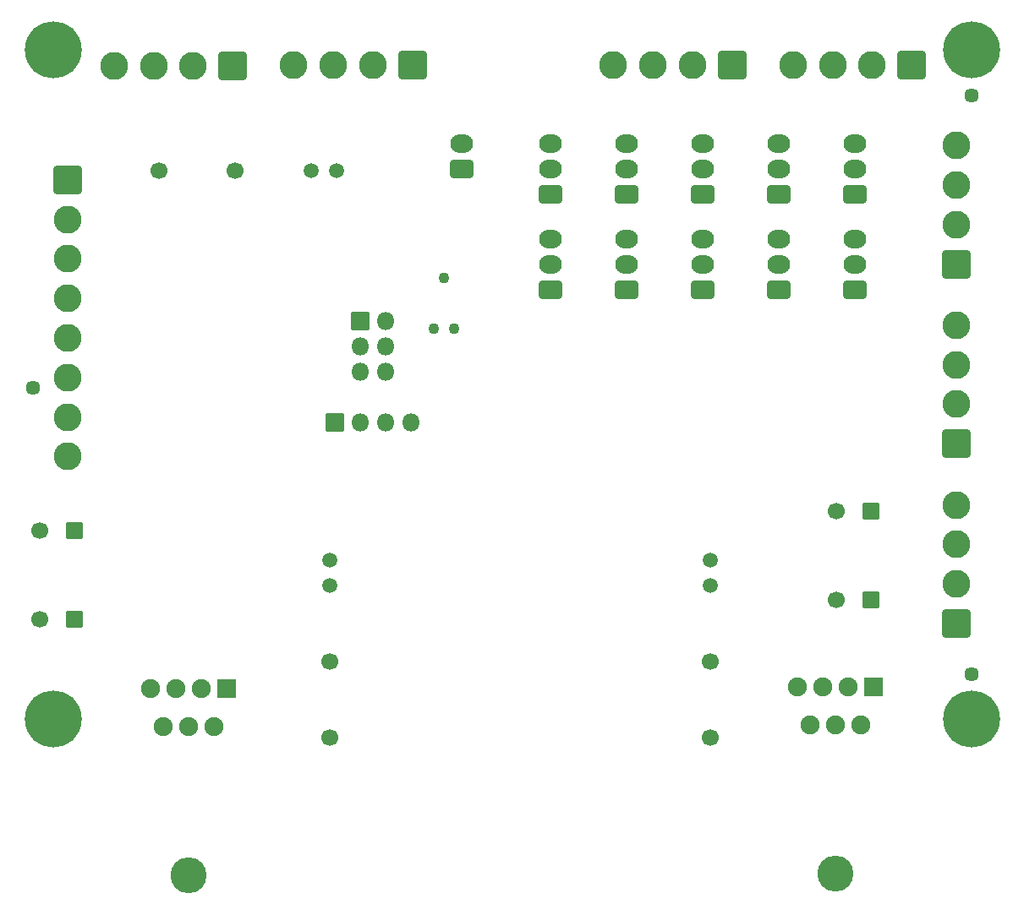
<source format=gbr>
%TF.GenerationSoftware,KiCad,Pcbnew,(5.99.0-11012-g5d9c1dd75a)*%
%TF.CreationDate,2021-06-14T21:45:01+02:00*%
%TF.ProjectId,Power-Supply,506f7765-722d-4537-9570-706c792e6b69,rev?*%
%TF.SameCoordinates,Original*%
%TF.FileFunction,Soldermask,Bot*%
%TF.FilePolarity,Negative*%
%FSLAX46Y46*%
G04 Gerber Fmt 4.6, Leading zero omitted, Abs format (unit mm)*
G04 Created by KiCad (PCBNEW (5.99.0-11012-g5d9c1dd75a)) date 2021-06-14 21:45:01*
%MOMM*%
%LPD*%
G01*
G04 APERTURE LIST*
G04 Aperture macros list*
%AMRoundRect*
0 Rectangle with rounded corners*
0 $1 Rounding radius*
0 $2 $3 $4 $5 $6 $7 $8 $9 X,Y pos of 4 corners*
0 Add a 4 corners polygon primitive as box body*
4,1,4,$2,$3,$4,$5,$6,$7,$8,$9,$2,$3,0*
0 Add four circle primitives for the rounded corners*
1,1,$1+$1,$2,$3*
1,1,$1+$1,$4,$5*
1,1,$1+$1,$6,$7*
1,1,$1+$1,$8,$9*
0 Add four rect primitives between the rounded corners*
20,1,$1+$1,$2,$3,$4,$5,0*
20,1,$1+$1,$4,$5,$6,$7,0*
20,1,$1+$1,$6,$7,$8,$9,0*
20,1,$1+$1,$8,$9,$2,$3,0*%
G04 Aperture macros list end*
%ADD10O,3.600000X3.600000*%
%ADD11RoundRect,0.050000X0.900000X0.900000X-0.900000X0.900000X-0.900000X-0.900000X0.900000X-0.900000X0*%
%ADD12O,1.900000X1.900000*%
%ADD13C,5.700000*%
%ADD14RoundRect,0.259260X1.140740X1.140740X-1.140740X1.140740X-1.140740X-1.140740X1.140740X-1.140740X0*%
%ADD15C,2.800000*%
%ADD16RoundRect,0.259260X1.140740X-1.140740X1.140740X1.140740X-1.140740X1.140740X-1.140740X-1.140740X0*%
%ADD17RoundRect,0.050000X0.800000X0.800000X-0.800000X0.800000X-0.800000X-0.800000X0.800000X-0.800000X0*%
%ADD18C,1.700000*%
%ADD19RoundRect,0.259260X-1.140740X1.140740X-1.140740X-1.140740X1.140740X-1.140740X1.140740X1.140740X0*%
%ADD20C,1.448000*%
%ADD21C,1.500000*%
%ADD22RoundRect,0.050000X0.850000X-0.850000X0.850000X0.850000X-0.850000X0.850000X-0.850000X-0.850000X0*%
%ADD23O,1.800000X1.800000*%
%ADD24RoundRect,0.264368X0.880632X-0.655632X0.880632X0.655632X-0.880632X0.655632X-0.880632X-0.655632X0*%
%ADD25O,2.290000X1.840000*%
%ADD26RoundRect,0.050000X-0.850000X-0.850000X0.850000X-0.850000X0.850000X0.850000X-0.850000X0.850000X0*%
%ADD27C,1.090600*%
G04 APERTURE END LIST*
D10*
%TO.C,U1*%
X182385000Y-149040000D03*
D11*
X186195000Y-130340000D03*
D12*
X184925000Y-134140000D03*
X183655000Y-130340000D03*
X182385000Y-134140000D03*
X181115000Y-130340000D03*
X179845000Y-134140000D03*
X178575000Y-130340000D03*
%TD*%
D10*
%TO.C,U3*%
X117615000Y-149180000D03*
D11*
X121425000Y-130480000D03*
D12*
X120155000Y-134280000D03*
X118885000Y-130480000D03*
X117615000Y-134280000D03*
X116345000Y-130480000D03*
X115075000Y-134280000D03*
X113805000Y-130480000D03*
%TD*%
D13*
%TO.C,H1*%
X104000000Y-66500000D03*
%TD*%
%TO.C,H2*%
X196000000Y-66500000D03*
%TD*%
%TO.C,H4*%
X196000000Y-133500000D03*
%TD*%
D14*
%TO.C,J5*%
X172000000Y-68000000D03*
D15*
X168040000Y-68000000D03*
X164080000Y-68000000D03*
X160120000Y-68000000D03*
%TD*%
D14*
%TO.C,J4*%
X190000000Y-68000000D03*
D15*
X186040000Y-68000000D03*
X182080000Y-68000000D03*
X178120000Y-68000000D03*
%TD*%
D16*
%TO.C,J3*%
X194450000Y-87940000D03*
D15*
X194450000Y-83980000D03*
X194450000Y-80020000D03*
X194450000Y-76060000D03*
%TD*%
D13*
%TO.C,H3*%
X104000000Y-133500000D03*
%TD*%
D16*
%TO.C,J6*%
X194500000Y-123940000D03*
D15*
X194500000Y-119980000D03*
X194500000Y-116020000D03*
X194500000Y-112060000D03*
%TD*%
D17*
%TO.C,C15*%
X185942651Y-121590000D03*
D18*
X182442651Y-121590000D03*
%TD*%
D17*
%TO.C,C17*%
X106185000Y-114605000D03*
D18*
X102685000Y-114605000D03*
%TD*%
D15*
%TO.C,J9*%
X105500000Y-107220000D03*
X105500000Y-103260000D03*
X105500000Y-99300000D03*
X105500000Y-95340000D03*
X105500000Y-91380000D03*
X105500000Y-87420000D03*
X105500000Y-83460000D03*
D19*
X105500000Y-79500000D03*
%TD*%
D17*
%TO.C,C14*%
X185942651Y-112700000D03*
D18*
X182442651Y-112700000D03*
%TD*%
D17*
%TO.C,C16*%
X106185000Y-123495000D03*
D18*
X102685000Y-123495000D03*
%TD*%
D20*
%TO.C,H5*%
X196000000Y-71000000D03*
%TD*%
%TO.C,H6*%
X102000000Y-100317500D03*
%TD*%
%TO.C,H7*%
X196000000Y-129000000D03*
%TD*%
D14*
%TO.C,J8*%
X140000000Y-68000000D03*
D15*
X136040000Y-68000000D03*
X132080000Y-68000000D03*
X128120000Y-68000000D03*
%TD*%
D14*
%TO.C,J7*%
X122000000Y-68050000D03*
D15*
X118040000Y-68050000D03*
X114080000Y-68050000D03*
X110120000Y-68050000D03*
%TD*%
D16*
%TO.C,J2*%
X194450000Y-105940000D03*
D15*
X194450000Y-101980000D03*
X194450000Y-98020000D03*
X194450000Y-94060000D03*
%TD*%
D18*
%TO.C,K3*%
X114655000Y-78592086D03*
X122275000Y-78592086D03*
D21*
X132435000Y-78592086D03*
X129895000Y-78592086D03*
%TD*%
D22*
%TO.C,J22*%
X132230000Y-103810000D03*
D23*
X134770000Y-103810000D03*
X137310000Y-103810000D03*
X139850000Y-103810000D03*
%TD*%
D24*
%TO.C,J10*%
X176690000Y-80950000D03*
D25*
X176690000Y-78410000D03*
X176690000Y-75870000D03*
%TD*%
D24*
%TO.C,J11*%
X169070000Y-80950000D03*
D25*
X169070000Y-78410000D03*
X169070000Y-75870000D03*
%TD*%
D18*
%TO.C,K1*%
X169867086Y-135345000D03*
X169867086Y-127725000D03*
D21*
X169867086Y-117565000D03*
X169867086Y-120105000D03*
%TD*%
D24*
%TO.C,J14*%
X161450000Y-90475000D03*
D25*
X161450000Y-87935000D03*
X161450000Y-85395000D03*
%TD*%
D26*
%TO.C,J18*%
X134755000Y-93665000D03*
D23*
X137295000Y-93665000D03*
X134755000Y-96205000D03*
X137295000Y-96205000D03*
X134755000Y-98745000D03*
X137295000Y-98745000D03*
%TD*%
D24*
%TO.C,J16*%
X184310000Y-90475000D03*
D25*
X184310000Y-87935000D03*
X184310000Y-85395000D03*
%TD*%
D24*
%TO.C,J13*%
X176690000Y-90475000D03*
D25*
X176690000Y-87935000D03*
X176690000Y-85395000D03*
%TD*%
D24*
%TO.C,J12*%
X184290000Y-80950000D03*
D25*
X184290000Y-78410000D03*
X184290000Y-75870000D03*
%TD*%
D18*
%TO.C,K2*%
X131767086Y-135345000D03*
X131767086Y-127725000D03*
D21*
X131767086Y-117565000D03*
X131767086Y-120105000D03*
%TD*%
D27*
%TO.C,J1*%
X144141000Y-94415000D03*
X143125000Y-89335000D03*
X142109000Y-94415000D03*
%TD*%
D24*
%TO.C,J17*%
X153830000Y-80950000D03*
D25*
X153830000Y-78410000D03*
X153830000Y-75870000D03*
%TD*%
D24*
%TO.C,J19*%
X153830000Y-90475000D03*
D25*
X153830000Y-87935000D03*
X153830000Y-85395000D03*
%TD*%
D24*
%TO.C,J21*%
X144940000Y-78410000D03*
D25*
X144940000Y-75870000D03*
%TD*%
D24*
%TO.C,J20*%
X169070000Y-90475000D03*
D25*
X169070000Y-87935000D03*
X169070000Y-85395000D03*
%TD*%
D24*
%TO.C,J15*%
X161450000Y-80950000D03*
D25*
X161450000Y-78410000D03*
X161450000Y-75870000D03*
%TD*%
M02*

</source>
